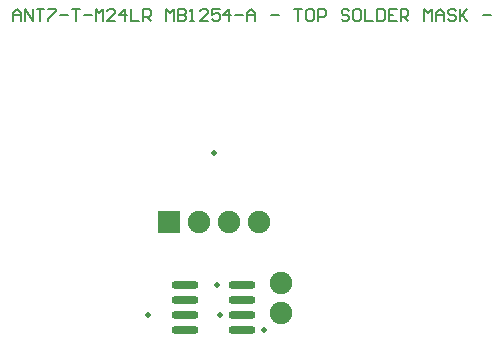
<source format=gts>
G04 Layer_Color=16711935*
%FSLAX44Y44*%
%MOMM*%
G71*
G01*
G75*
%ADD13C,0.1500*%
%ADD21O,2.3000X0.6500*%
%ADD22C,1.9000*%
%ADD23R,1.9000X1.9000*%
%ADD24C,0.5000*%
D13*
X-95000Y320000D02*
Y326665D01*
X-91668Y329997D01*
X-88336Y326665D01*
Y320000D01*
Y324998D01*
X-95000D01*
X-85003Y320000D02*
Y329997D01*
X-78339Y320000D01*
Y329997D01*
X-75006D02*
X-68342D01*
X-71674D01*
Y320000D01*
X-65010Y329997D02*
X-58345D01*
Y328331D01*
X-65010Y321666D01*
Y320000D01*
X-55013Y324998D02*
X-48348D01*
X-45016Y329997D02*
X-38352D01*
X-41684D01*
Y320000D01*
X-35019Y324998D02*
X-28355D01*
X-25022Y320000D02*
Y329997D01*
X-21690Y326665D01*
X-18358Y329997D01*
Y320000D01*
X-8361D02*
X-15026D01*
X-8361Y326665D01*
Y328331D01*
X-10027Y329997D01*
X-13360D01*
X-15026Y328331D01*
X-31Y320000D02*
Y329997D01*
X-5029Y324998D01*
X1636D01*
X4968Y329997D02*
Y320000D01*
X11632D01*
X14965D02*
Y329997D01*
X19963D01*
X21629Y328331D01*
Y324998D01*
X19963Y323332D01*
X14965D01*
X18297D02*
X21629Y320000D01*
X34958D02*
Y329997D01*
X38290Y326665D01*
X41623Y329997D01*
Y320000D01*
X44955Y329997D02*
Y320000D01*
X49953D01*
X51619Y321666D01*
Y323332D01*
X49953Y324998D01*
X44955D01*
X49953D01*
X51619Y326665D01*
Y328331D01*
X49953Y329997D01*
X44955D01*
X54952Y320000D02*
X58284D01*
X56618D01*
Y329997D01*
X54952Y328331D01*
X69947Y320000D02*
X63282D01*
X69947Y326665D01*
Y328331D01*
X68281Y329997D01*
X64949D01*
X63282Y328331D01*
X79944Y329997D02*
X73279D01*
Y324998D01*
X76611Y326665D01*
X78278D01*
X79944Y324998D01*
Y321666D01*
X78278Y320000D01*
X74945D01*
X73279Y321666D01*
X88274Y320000D02*
Y329997D01*
X83276Y324998D01*
X89940D01*
X93273D02*
X99937D01*
X103270Y320000D02*
Y326665D01*
X106602Y329997D01*
X109934Y326665D01*
Y320000D01*
Y324998D01*
X103270D01*
X123263D02*
X129928D01*
X143257Y329997D02*
X149921D01*
X146589D01*
Y320000D01*
X158252Y329997D02*
X154920D01*
X153253Y328331D01*
Y321666D01*
X154920Y320000D01*
X158252D01*
X159918Y321666D01*
Y328331D01*
X158252Y329997D01*
X163250Y320000D02*
Y329997D01*
X168249D01*
X169915Y328331D01*
Y324998D01*
X168249Y323332D01*
X163250D01*
X189908Y328331D02*
X188242Y329997D01*
X184910D01*
X183244Y328331D01*
Y326665D01*
X184910Y324998D01*
X188242D01*
X189908Y323332D01*
Y321666D01*
X188242Y320000D01*
X184910D01*
X183244Y321666D01*
X198239Y329997D02*
X194907D01*
X193241Y328331D01*
Y321666D01*
X194907Y320000D01*
X198239D01*
X199905Y321666D01*
Y328331D01*
X198239Y329997D01*
X203237D02*
Y320000D01*
X209902D01*
X213234Y329997D02*
Y320000D01*
X218232D01*
X219898Y321666D01*
Y328331D01*
X218232Y329997D01*
X213234D01*
X229895D02*
X223231D01*
Y320000D01*
X229895D01*
X223231Y324998D02*
X226563D01*
X233228Y320000D02*
Y329997D01*
X238226D01*
X239892Y328331D01*
Y324998D01*
X238226Y323332D01*
X233228D01*
X236560D02*
X239892Y320000D01*
X253221D02*
Y329997D01*
X256553Y326665D01*
X259886Y329997D01*
Y320000D01*
X263218D02*
Y326665D01*
X266550Y329997D01*
X269882Y326665D01*
Y320000D01*
Y324998D01*
X263218D01*
X279879Y328331D02*
X278213Y329997D01*
X274881D01*
X273215Y328331D01*
Y326665D01*
X274881Y324998D01*
X278213D01*
X279879Y323332D01*
Y321666D01*
X278213Y320000D01*
X274881D01*
X273215Y321666D01*
X283211Y329997D02*
Y320000D01*
Y323332D01*
X289876Y329997D01*
X284878Y324998D01*
X289876Y320000D01*
X303205Y324998D02*
X309870D01*
D21*
X51000Y96250D02*
D03*
Y83550D02*
D03*
Y70850D02*
D03*
Y58150D02*
D03*
X99000Y96250D02*
D03*
Y83550D02*
D03*
Y70850D02*
D03*
Y58150D02*
D03*
D22*
X131800Y97600D02*
D03*
Y72200D02*
D03*
X113100Y150000D02*
D03*
X87700D02*
D03*
X62300D02*
D03*
D23*
X36900D02*
D03*
D24*
X75000Y207980D02*
D03*
X19300Y70700D02*
D03*
X78000Y96000D02*
D03*
X117500Y58500D02*
D03*
X80500Y71000D02*
D03*
M02*

</source>
